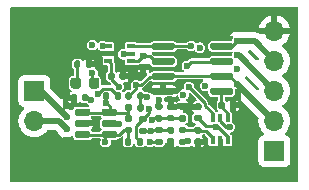
<source format=gtl>
G75*
G70*
%OFA0B0*%
%FSLAX25Y25*%
%IPPOS*%
%LPD*%
%AMOC8*
5,1,8,0,0,1.08239X$1,22.5*
%
%ADD10R,0.06693X0.06693*%
%ADD11O,0.06693X0.06693*%
%ADD12C,0.02362*%
%ADD13R,0.00984X0.24350*%
%ADD14R,0.00984X0.04390*%
%ADD15R,0.56201X0.00984*%
%ADD16R,0.59449X0.00984*%
%ADD17R,0.00984X0.20374*%
%ADD18C,0.01969*%
%ADD24R,0.02559X0.01575*%
%ADD25R,0.01575X0.02559*%
%ADD26C,0.00984*%
X0000000Y0000000D02*
%LPD*%
G01*
D10*
X0010000Y0032500D03*
D11*
X0010000Y0022500D03*
D12*
X0077677Y0039665D03*
X0077677Y0034941D03*
X0077677Y0044390D03*
X0077677Y0049114D03*
D13*
X0020000Y0038612D03*
D14*
X0020000Y0014793D03*
D15*
X0047608Y0050295D03*
D16*
X0049232Y0013091D03*
D17*
X0078465Y0022785D03*
D12*
X0020886Y0023681D03*
X0020886Y0019744D03*
D10*
X0090000Y0012500D03*
D11*
X0090000Y0022500D03*
X0090000Y0032500D03*
X0090000Y0042500D03*
X0090000Y0052500D03*
D18*
X0077677Y0034823D02*
X0090000Y0022500D01*
X0077677Y0034941D02*
X0077677Y0034823D01*
X0020886Y0019744D02*
X0018130Y0022500D01*
X0018130Y0022500D02*
X0010000Y0022500D01*
X0020886Y0023681D02*
X0012067Y0032500D01*
X0012067Y0032500D02*
X0010000Y0032500D01*
X0077677Y0044390D02*
X0078110Y0044390D01*
X0078110Y0044390D02*
X0090000Y0032500D01*
X0083386Y0049114D02*
X0090000Y0042500D01*
X0077677Y0049114D02*
X0083386Y0049114D01*
G36*
X0097805Y0060452D02*
G01*
X0097985Y0060244D01*
X0098030Y0060041D01*
X0098030Y0002459D01*
X0097952Y0002195D01*
X0097744Y0002015D01*
X0097541Y0001970D01*
X0002459Y0001970D01*
X0002195Y0002048D01*
X0002015Y0002256D01*
X0001970Y0002459D01*
X0001970Y0022500D01*
X0004663Y0022500D01*
X0004744Y0021573D01*
X0004744Y0021573D01*
X0004985Y0020675D01*
X0004985Y0020675D01*
X0004985Y0020675D01*
X0005378Y0019831D01*
X0005378Y0019831D01*
X0005678Y0019402D01*
X0005911Y0019069D01*
X0006569Y0018411D01*
X0006858Y0018209D01*
X0007331Y0017878D01*
X0007331Y0017878D01*
X0007331Y0017878D01*
X0008175Y0017485D01*
X0009073Y0017244D01*
X0009815Y0017179D01*
X0010000Y0017163D01*
X0010000Y0017163D01*
X0010000Y0017163D01*
X0010154Y0017176D01*
X0010927Y0017244D01*
X0011825Y0017485D01*
X0012669Y0017878D01*
X0013431Y0018411D01*
X0014089Y0019069D01*
X0014276Y0019337D01*
X0014491Y0019509D01*
X0014676Y0019545D01*
X0016704Y0019545D01*
X0016968Y0019468D01*
X0017049Y0019402D01*
X0017920Y0018531D01*
X0018009Y0018389D01*
X0018016Y0018393D01*
X0018028Y0018368D01*
X0018028Y0018368D01*
X0018406Y0017767D01*
X0018908Y0017265D01*
X0018941Y0017244D01*
X0019510Y0016887D01*
X0019527Y0016878D01*
X0019731Y0016694D01*
X0019803Y0016439D01*
X0019803Y0013287D01*
X0078465Y0013287D01*
X0078465Y0028678D01*
X0078542Y0028942D01*
X0078750Y0029122D01*
X0079022Y0029161D01*
X0079272Y0029047D01*
X0079298Y0029023D01*
X0084595Y0023726D01*
X0084727Y0023485D01*
X0084736Y0023339D01*
X0084663Y0022500D01*
X0084663Y0022500D01*
X0084744Y0021573D01*
X0084744Y0021573D01*
X0084985Y0020675D01*
X0084985Y0020675D01*
X0084985Y0020675D01*
X0085378Y0019831D01*
X0085378Y0019831D01*
X0085678Y0019402D01*
X0085911Y0019069D01*
X0085911Y0019069D01*
X0086391Y0018589D01*
X0086523Y0018348D01*
X0086504Y0018073D01*
X0086339Y0017853D01*
X0086217Y0017787D01*
X0085699Y0017594D01*
X0085699Y0017594D01*
X0085246Y0017254D01*
X0085246Y0017254D01*
X0084906Y0016801D01*
X0084906Y0016801D01*
X0084708Y0016270D01*
X0084683Y0016035D01*
X0084683Y0016035D01*
X0084683Y0016035D01*
X0084683Y0008965D01*
X0084683Y0008965D01*
X0084708Y0008730D01*
X0084906Y0008199D01*
X0084906Y0008199D01*
X0085246Y0007746D01*
X0085246Y0007746D01*
X0085699Y0007406D01*
X0085699Y0007406D01*
X0086230Y0007208D01*
X0086230Y0007208D01*
X0086258Y0007205D01*
X0086465Y0007183D01*
X0093535Y0007183D01*
X0093770Y0007208D01*
X0094301Y0007406D01*
X0094754Y0007746D01*
X0095094Y0008199D01*
X0095292Y0008730D01*
X0095317Y0008965D01*
X0095317Y0016035D01*
X0095292Y0016270D01*
X0095094Y0016801D01*
X0095094Y0016801D01*
X0095094Y0016801D01*
X0094754Y0017254D01*
X0094754Y0017254D01*
X0094301Y0017594D01*
X0094301Y0017594D01*
X0093783Y0017787D01*
X0093563Y0017952D01*
X0093467Y0018209D01*
X0093525Y0018478D01*
X0093609Y0018589D01*
X0094089Y0019069D01*
X0094622Y0019831D01*
X0095015Y0020675D01*
X0095256Y0021573D01*
X0095337Y0022500D01*
X0095256Y0023427D01*
X0095015Y0024325D01*
X0094622Y0025169D01*
X0094422Y0025455D01*
X0094089Y0025931D01*
X0093431Y0026589D01*
X0093431Y0026589D01*
X0092700Y0027100D01*
X0092528Y0027315D01*
X0092500Y0027589D01*
X0092624Y0027834D01*
X0092700Y0027900D01*
X0092788Y0027961D01*
X0093431Y0028411D01*
X0094089Y0029069D01*
X0094622Y0029831D01*
X0095015Y0030675D01*
X0095256Y0031573D01*
X0095337Y0032500D01*
X0095256Y0033427D01*
X0095015Y0034325D01*
X0094622Y0035169D01*
X0094089Y0035931D01*
X0094089Y0035931D01*
X0093431Y0036589D01*
X0093431Y0036589D01*
X0092700Y0037100D01*
X0092528Y0037315D01*
X0092500Y0037589D01*
X0092624Y0037834D01*
X0092700Y0037900D01*
X0092816Y0037981D01*
X0093431Y0038411D01*
X0094089Y0039069D01*
X0094622Y0039831D01*
X0095015Y0040675D01*
X0095256Y0041573D01*
X0095337Y0042500D01*
X0095256Y0043427D01*
X0095015Y0044325D01*
X0094622Y0045169D01*
X0094343Y0045567D01*
X0094089Y0045931D01*
X0093431Y0046589D01*
X0093431Y0046589D01*
X0092698Y0047101D01*
X0092527Y0047316D01*
X0092498Y0047590D01*
X0092622Y0047835D01*
X0092698Y0047901D01*
X0093429Y0048413D01*
X0094087Y0049071D01*
X0094620Y0049832D01*
X0095014Y0050675D01*
X0095014Y0050675D01*
X0095239Y0051516D01*
X0091705Y0051516D01*
X0091834Y0051740D01*
X0091969Y0052241D01*
X0091969Y0052759D01*
X0091834Y0053260D01*
X0091705Y0053484D01*
X0095239Y0053484D01*
X0095239Y0053484D01*
X0095014Y0054325D01*
X0095014Y0054325D01*
X0094620Y0055168D01*
X0094620Y0055168D01*
X0094087Y0055929D01*
X0094087Y0055929D01*
X0093429Y0056587D01*
X0092668Y0057120D01*
X0091825Y0057514D01*
X0091825Y0057514D01*
X0090984Y0057739D01*
X0090984Y0054205D01*
X0090760Y0054334D01*
X0090259Y0054469D01*
X0089741Y0054469D01*
X0089240Y0054334D01*
X0089016Y0054205D01*
X0089016Y0057739D01*
X0089016Y0057739D01*
X0088175Y0057514D01*
X0088175Y0057514D01*
X0087332Y0057120D01*
X0087332Y0057120D01*
X0086571Y0056587D01*
X0086571Y0056587D01*
X0085913Y0055929D01*
X0085913Y0055929D01*
X0085380Y0055168D01*
X0085380Y0055168D01*
X0084986Y0054325D01*
X0084986Y0054325D01*
X0084761Y0053484D01*
X0084761Y0053484D01*
X0088295Y0053484D01*
X0088166Y0053260D01*
X0088031Y0052759D01*
X0088031Y0052241D01*
X0088166Y0051740D01*
X0088295Y0051516D01*
X0085258Y0051516D01*
X0084994Y0051593D01*
X0084987Y0051598D01*
X0084979Y0051603D01*
X0084979Y0051603D01*
X0084785Y0051733D01*
X0084248Y0051955D01*
X0084248Y0051955D01*
X0083677Y0052069D01*
X0083677Y0052069D01*
X0078858Y0052069D01*
X0078697Y0052096D01*
X0078383Y0052206D01*
X0078383Y0052206D01*
X0077677Y0052286D01*
X0077677Y0052286D01*
X0076971Y0052206D01*
X0076971Y0052206D01*
X0076301Y0051972D01*
X0075700Y0051594D01*
X0075198Y0051092D01*
X0074841Y0050524D01*
X0074635Y0050341D01*
X0074427Y0050295D01*
X0019803Y0050295D01*
X0019803Y0030121D01*
X0019726Y0029857D01*
X0019518Y0029677D01*
X0019245Y0029638D01*
X0018995Y0029752D01*
X0018970Y0029776D01*
X0015460Y0033286D01*
X0015328Y0033527D01*
X0015317Y0033631D01*
X0015317Y0036035D01*
X0015317Y0036035D01*
X0015317Y0036035D01*
X0015292Y0036270D01*
X0015274Y0036317D01*
X0015094Y0036801D01*
X0015094Y0036801D01*
X0014754Y0037254D01*
X0014754Y0037254D01*
X0014301Y0037594D01*
X0014301Y0037594D01*
X0013770Y0037792D01*
X0013770Y0037792D01*
X0013535Y0037817D01*
X0013535Y0037817D01*
X0013535Y0037817D01*
X0013535Y0037817D01*
X0006465Y0037817D01*
X0006465Y0037817D01*
X0006230Y0037792D01*
X0005699Y0037594D01*
X0005699Y0037594D01*
X0005246Y0037254D01*
X0005246Y0037254D01*
X0004906Y0036801D01*
X0004906Y0036801D01*
X0004708Y0036270D01*
X0004696Y0036156D01*
X0004683Y0036035D01*
X0004683Y0036035D01*
X0004683Y0028965D01*
X0004683Y0028965D01*
X0004708Y0028730D01*
X0004906Y0028199D01*
X0004906Y0028199D01*
X0005246Y0027746D01*
X0005246Y0027746D01*
X0005699Y0027406D01*
X0005699Y0027406D01*
X0006217Y0027213D01*
X0006437Y0027048D01*
X0006533Y0026791D01*
X0006475Y0026522D01*
X0006391Y0026411D01*
X0005911Y0025931D01*
X0005378Y0025169D01*
X0005378Y0025169D01*
X0004985Y0024325D01*
X0004985Y0024325D01*
X0004744Y0023427D01*
X0004744Y0023427D01*
X0004663Y0022500D01*
X0004663Y0022500D01*
X0001970Y0022500D01*
X0001970Y0060041D01*
X0002048Y0060305D01*
X0002256Y0060485D01*
X0002459Y0060530D01*
X0097541Y0060530D01*
X0097805Y0060452D01*
G37*
G36*
X0082224Y0046082D02*
G01*
X0082305Y0046016D01*
X0084595Y0043726D01*
X0084727Y0043485D01*
X0084736Y0043339D01*
X0084715Y0043098D01*
X0084615Y0042842D01*
X0084392Y0042680D01*
X0084117Y0042665D01*
X0083884Y0042795D01*
X0081353Y0045326D01*
X0081221Y0045567D01*
X0081240Y0045842D01*
X0081405Y0046062D01*
X0081663Y0046158D01*
X0081698Y0046159D01*
X0081960Y0046159D01*
X0082224Y0046082D01*
G37*
G36*
X0081092Y0037228D02*
G01*
X0081113Y0037208D01*
X0084595Y0033726D01*
X0084727Y0033485D01*
X0084736Y0033339D01*
X0084715Y0033098D01*
X0084615Y0032842D01*
X0084392Y0032680D01*
X0084117Y0032665D01*
X0083884Y0032795D01*
X0080707Y0035972D01*
X0080591Y0036156D01*
X0080535Y0036317D01*
X0080355Y0036603D01*
X0080280Y0036868D01*
X0080360Y0037131D01*
X0080570Y0037309D01*
X0080843Y0037345D01*
X0081092Y0037228D01*
G37*
X0019409Y0012500D02*
%LPD*%
G01*
D12*
X0077677Y0039665D03*
X0077677Y0034941D03*
X0077677Y0044390D03*
X0077677Y0049114D03*
D13*
X0020000Y0038612D03*
D14*
X0020000Y0014793D03*
D15*
X0047608Y0050295D03*
D16*
X0049232Y0013091D03*
D17*
X0078464Y0022785D03*
D12*
X0020885Y0023681D03*
X0020885Y0019744D03*
G36*
G01*
X0036850Y0030118D02*
X0036850Y0031575D01*
G75*
G02*
X0037381Y0032106I0000531J0000000D01*
G01*
X0038444Y0032106D01*
G75*
G02*
X0038976Y0031575I0000000J-000531D01*
G01*
X0038976Y0030118D01*
G75*
G02*
X0038444Y0029587I-000531J0000000D01*
G01*
X0037381Y0029587D01*
G75*
G02*
X0036850Y0030118I0000000J0000531D01*
G01*
G37*
G36*
G01*
X0032834Y0030118D02*
X0032834Y0031575D01*
G75*
G02*
X0033366Y0032106I0000531J0000000D01*
G01*
X0034429Y0032106D01*
G75*
G02*
X0034960Y0031575I0000000J-000531D01*
G01*
X0034960Y0030118D01*
G75*
G02*
X0034429Y0029587I-000531J0000000D01*
G01*
X0033366Y0029587D01*
G75*
G02*
X0032834Y0030118I0000000J0000531D01*
G01*
G37*
G36*
G01*
X0060098Y0014429D02*
X0058641Y0014429D01*
G75*
G02*
X0058110Y0014961I0000000J0000531D01*
G01*
X0058110Y0016024D01*
G75*
G02*
X0058641Y0016555I0000531J0000000D01*
G01*
X0060098Y0016555D01*
G75*
G02*
X0060629Y0016024I0000000J-000531D01*
G01*
X0060629Y0014961D01*
G75*
G02*
X0060098Y0014429I-000531J0000000D01*
G01*
G37*
G36*
G01*
X0060098Y0018445D02*
X0058641Y0018445D01*
G75*
G02*
X0058110Y0018976I0000000J0000531D01*
G01*
X0058110Y0020039D01*
G75*
G02*
X0058641Y0020571I0000531J0000000D01*
G01*
X0060098Y0020571D01*
G75*
G02*
X0060629Y0020039I0000000J-000531D01*
G01*
X0060629Y0018976D01*
G75*
G02*
X0060098Y0018445I-000531J0000000D01*
G01*
G37*
G36*
G01*
X0049126Y0046772D02*
X0049126Y0047953D01*
G75*
G02*
X0049716Y0048543I0000591J0000000D01*
G01*
X0056212Y0048543D01*
G75*
G02*
X0056803Y0047953I0000000J-000591D01*
G01*
X0056803Y0046772D01*
G75*
G02*
X0056212Y0046181I-000591J0000000D01*
G01*
X0049716Y0046181D01*
G75*
G02*
X0049126Y0046772I0000000J0000591D01*
G01*
G37*
G36*
G01*
X0049126Y0041772D02*
X0049126Y0042953D01*
G75*
G02*
X0049716Y0043543I0000591J0000000D01*
G01*
X0056212Y0043543D01*
G75*
G02*
X0056803Y0042953I0000000J-000591D01*
G01*
X0056803Y0041772D01*
G75*
G02*
X0056212Y0041181I-000591J0000000D01*
G01*
X0049716Y0041181D01*
G75*
G02*
X0049126Y0041772I0000000J0000591D01*
G01*
G37*
G36*
G01*
X0049126Y0036772D02*
X0049126Y0037953D01*
G75*
G02*
X0049716Y0038543I0000591J0000000D01*
G01*
X0056212Y0038543D01*
G75*
G02*
X0056803Y0037953I0000000J-000591D01*
G01*
X0056803Y0036772D01*
G75*
G02*
X0056212Y0036181I-000591J0000000D01*
G01*
X0049716Y0036181D01*
G75*
G02*
X0049126Y0036772I0000000J0000591D01*
G01*
G37*
G36*
G01*
X0049126Y0031772D02*
X0049126Y0032953D01*
G75*
G02*
X0049716Y0033543I0000591J0000000D01*
G01*
X0056212Y0033543D01*
G75*
G02*
X0056803Y0032953I0000000J-000591D01*
G01*
X0056803Y0031772D01*
G75*
G02*
X0056212Y0031181I-000591J0000000D01*
G01*
X0049716Y0031181D01*
G75*
G02*
X0049126Y0031772I0000000J0000591D01*
G01*
G37*
G36*
G01*
X0068614Y0031772D02*
X0068614Y0032953D01*
G75*
G02*
X0069204Y0033543I0000591J0000000D01*
G01*
X0075700Y0033543D01*
G75*
G02*
X0076291Y0032953I0000000J-000591D01*
G01*
X0076291Y0031772D01*
G75*
G02*
X0075700Y0031181I-000591J0000000D01*
G01*
X0069204Y0031181D01*
G75*
G02*
X0068614Y0031772I0000000J0000591D01*
G01*
G37*
G36*
G01*
X0068614Y0036772D02*
X0068614Y0037953D01*
G75*
G02*
X0069204Y0038543I0000591J0000000D01*
G01*
X0075700Y0038543D01*
G75*
G02*
X0076291Y0037953I0000000J-000591D01*
G01*
X0076291Y0036772D01*
G75*
G02*
X0075700Y0036181I-000591J0000000D01*
G01*
X0069204Y0036181D01*
G75*
G02*
X0068614Y0036772I0000000J0000591D01*
G01*
G37*
G36*
G01*
X0068614Y0041772D02*
X0068614Y0042953D01*
G75*
G02*
X0069204Y0043543I0000591J0000000D01*
G01*
X0075700Y0043543D01*
G75*
G02*
X0076291Y0042953I0000000J-000591D01*
G01*
X0076291Y0041772D01*
G75*
G02*
X0075700Y0041181I-000591J0000000D01*
G01*
X0069204Y0041181D01*
G75*
G02*
X0068614Y0041772I0000000J0000591D01*
G01*
G37*
G36*
G01*
X0068614Y0046772D02*
X0068614Y0047953D01*
G75*
G02*
X0069204Y0048543I0000591J0000000D01*
G01*
X0075700Y0048543D01*
G75*
G02*
X0076291Y0047953I0000000J-000591D01*
G01*
X0076291Y0046772D01*
G75*
G02*
X0075700Y0046181I-000591J0000000D01*
G01*
X0069204Y0046181D01*
G75*
G02*
X0068614Y0046772I0000000J0000591D01*
G01*
G37*
D24*
X0034606Y0047500D03*
X0034606Y0044941D03*
X0034606Y0042382D03*
X0042086Y0042382D03*
X0042086Y0044941D03*
X0042086Y0047500D03*
G36*
G01*
X0050767Y0028412D02*
X0052224Y0028412D01*
G75*
G02*
X0052755Y0027880I0000000J-000531D01*
G01*
X0052755Y0026817D01*
G75*
G02*
X0052224Y0026286I-000531J0000000D01*
G01*
X0050767Y0026286D01*
G75*
G02*
X0050236Y0026817I0000000J0000531D01*
G01*
X0050236Y0027880D01*
G75*
G02*
X0050767Y0028412I0000531J0000000D01*
G01*
G37*
G36*
G01*
X0050767Y0024396D02*
X0052224Y0024396D01*
G75*
G02*
X0052755Y0023865I0000000J-000531D01*
G01*
X0052755Y0022802D01*
G75*
G02*
X0052224Y0022270I-000531J0000000D01*
G01*
X0050767Y0022270D01*
G75*
G02*
X0050236Y0022802I0000000J0000531D01*
G01*
X0050236Y0023865D01*
G75*
G02*
X0050767Y0024396I0000531J0000000D01*
G01*
G37*
G36*
G01*
X0056102Y0022349D02*
X0054763Y0022349D01*
G75*
G02*
X0054212Y0022900I0000000J0000551D01*
G01*
X0054212Y0024002D01*
G75*
G02*
X0054763Y0024554I0000551J0000000D01*
G01*
X0056102Y0024554D01*
G75*
G02*
X0056653Y0024002I0000000J-000551D01*
G01*
X0056653Y0022900D01*
G75*
G02*
X0056102Y0022349I-000551J0000000D01*
G01*
G37*
G36*
G01*
X0056102Y0026128D02*
X0054763Y0026128D01*
G75*
G02*
X0054212Y0026680I0000000J0000551D01*
G01*
X0054212Y0027782D01*
G75*
G02*
X0054763Y0028333I0000551J0000000D01*
G01*
X0056102Y0028333D01*
G75*
G02*
X0056653Y0027782I0000000J-000551D01*
G01*
X0056653Y0026680D01*
G75*
G02*
X0056102Y0026128I-000551J0000000D01*
G01*
G37*
G36*
G01*
X0052224Y0014429D02*
X0050767Y0014429D01*
G75*
G02*
X0050236Y0014961I0000000J0000531D01*
G01*
X0050236Y0016024D01*
G75*
G02*
X0050767Y0016555I0000531J0000000D01*
G01*
X0052224Y0016555D01*
G75*
G02*
X0052755Y0016024I0000000J-000531D01*
G01*
X0052755Y0014961D01*
G75*
G02*
X0052224Y0014429I-000531J0000000D01*
G01*
G37*
G36*
G01*
X0052224Y0018445D02*
X0050767Y0018445D01*
G75*
G02*
X0050236Y0018976I0000000J0000531D01*
G01*
X0050236Y0020039D01*
G75*
G02*
X0050767Y0020571I0000531J0000000D01*
G01*
X0052224Y0020571D01*
G75*
G02*
X0052755Y0020039I0000000J-000531D01*
G01*
X0052755Y0018976D01*
G75*
G02*
X0052224Y0018445I-000531J0000000D01*
G01*
G37*
G36*
G01*
X0063818Y0020492D02*
X0065157Y0020492D01*
G75*
G02*
X0065708Y0019941I0000000J-000551D01*
G01*
X0065708Y0018839D01*
G75*
G02*
X0065157Y0018287I-000551J0000000D01*
G01*
X0063818Y0018287D01*
G75*
G02*
X0063267Y0018839I0000000J0000551D01*
G01*
X0063267Y0019941D01*
G75*
G02*
X0063818Y0020492I0000551J0000000D01*
G01*
G37*
G36*
G01*
X0063818Y0016713D02*
X0065157Y0016713D01*
G75*
G02*
X0065708Y0016161I0000000J-000551D01*
G01*
X0065708Y0015059D01*
G75*
G02*
X0065157Y0014508I-000551J0000000D01*
G01*
X0063818Y0014508D01*
G75*
G02*
X0063267Y0015059I0000000J0000551D01*
G01*
X0063267Y0016161D01*
G75*
G02*
X0063818Y0016713I0000551J0000000D01*
G01*
G37*
G36*
G01*
X0040689Y0024350D02*
X0042027Y0024350D01*
G75*
G02*
X0042578Y0023799I0000000J-000551D01*
G01*
X0042578Y0022697D01*
G75*
G02*
X0042027Y0022146I-000551J0000000D01*
G01*
X0040689Y0022146D01*
G75*
G02*
X0040137Y0022697I0000000J0000551D01*
G01*
X0040137Y0023799D01*
G75*
G02*
X0040689Y0024350I0000551J0000000D01*
G01*
G37*
G36*
G01*
X0040689Y0020571D02*
X0042027Y0020571D01*
G75*
G02*
X0042578Y0020020I0000000J-000551D01*
G01*
X0042578Y0018917D01*
G75*
G02*
X0042027Y0018366I-000551J0000000D01*
G01*
X0040689Y0018366D01*
G75*
G02*
X0040137Y0018917I0000000J0000551D01*
G01*
X0040137Y0020020D01*
G75*
G02*
X0040689Y0020571I0000551J0000000D01*
G01*
G37*
G36*
G01*
X0046456Y0027598D02*
X0046456Y0026142D01*
G75*
G02*
X0045925Y0025610I-000531J0000000D01*
G01*
X0044862Y0025610D01*
G75*
G02*
X0044330Y0026142I0000000J0000531D01*
G01*
X0044330Y0027598D01*
G75*
G02*
X0044862Y0028130I0000531J0000000D01*
G01*
X0045925Y0028130D01*
G75*
G02*
X0046456Y0027598I0000000J-000531D01*
G01*
G37*
G36*
G01*
X0042440Y0027598D02*
X0042440Y0026142D01*
G75*
G02*
X0041909Y0025610I-000531J0000000D01*
G01*
X0040846Y0025610D01*
G75*
G02*
X0040315Y0026142I0000000J0000531D01*
G01*
X0040315Y0027598D01*
G75*
G02*
X0040846Y0028130I0000531J0000000D01*
G01*
X0041909Y0028130D01*
G75*
G02*
X0042440Y0027598I0000000J-000531D01*
G01*
G37*
G36*
G01*
X0077283Y0028327D02*
X0077283Y0026988D01*
G75*
G02*
X0076732Y0026437I-000551J0000000D01*
G01*
X0075629Y0026437D01*
G75*
G02*
X0075078Y0026988I0000000J0000551D01*
G01*
X0075078Y0028327D01*
G75*
G02*
X0075629Y0028878I0000551J0000000D01*
G01*
X0076732Y0028878D01*
G75*
G02*
X0077283Y0028327I0000000J-000551D01*
G01*
G37*
G36*
G01*
X0073503Y0028327D02*
X0073503Y0026988D01*
G75*
G02*
X0072952Y0026437I-000551J0000000D01*
G01*
X0071850Y0026437D01*
G75*
G02*
X0071299Y0026988I0000000J0000551D01*
G01*
X0071299Y0028327D01*
G75*
G02*
X0071850Y0028878I0000551J0000000D01*
G01*
X0072952Y0028878D01*
G75*
G02*
X0073503Y0028327I0000000J-000551D01*
G01*
G37*
G36*
G01*
X0028228Y0034090D02*
X0028228Y0036107D01*
G75*
G02*
X0029089Y0036969I0000861J0000000D01*
G01*
X0030812Y0036969D01*
G75*
G02*
X0031673Y0036107I0000000J-000861D01*
G01*
X0031673Y0034090D01*
G75*
G02*
X0030812Y0033228I-000861J0000000D01*
G01*
X0029089Y0033228D01*
G75*
G02*
X0028228Y0034090I0000000J0000861D01*
G01*
G37*
G36*
G01*
X0022027Y0034090D02*
X0022027Y0036107D01*
G75*
G02*
X0022888Y0036969I0000861J0000000D01*
G01*
X0024611Y0036969D01*
G75*
G02*
X0025472Y0036107I0000000J-000861D01*
G01*
X0025472Y0034090D01*
G75*
G02*
X0024611Y0033228I-000861J0000000D01*
G01*
X0022888Y0033228D01*
G75*
G02*
X0022027Y0034090I0000000J0000861D01*
G01*
G37*
G36*
G01*
X0047007Y0039311D02*
X0045669Y0039311D01*
G75*
G02*
X0045118Y0039862I0000000J0000551D01*
G01*
X0045118Y0040965D01*
G75*
G02*
X0045669Y0041516I0000551J0000000D01*
G01*
X0047007Y0041516D01*
G75*
G02*
X0047559Y0040965I0000000J-000551D01*
G01*
X0047559Y0039862D01*
G75*
G02*
X0047007Y0039311I-000551J0000000D01*
G01*
G37*
G36*
G01*
X0047007Y0043091D02*
X0045669Y0043091D01*
G75*
G02*
X0045118Y0043642I0000000J0000551D01*
G01*
X0045118Y0044744D01*
G75*
G02*
X0045669Y0045295I0000551J0000000D01*
G01*
X0047007Y0045295D01*
G75*
G02*
X0047559Y0044744I0000000J-000551D01*
G01*
X0047559Y0043642D01*
G75*
G02*
X0047007Y0043091I-000551J0000000D01*
G01*
G37*
G36*
G01*
X0029370Y0042165D02*
X0029370Y0040709D01*
G75*
G02*
X0028838Y0040177I-000531J0000000D01*
G01*
X0027775Y0040177D01*
G75*
G02*
X0027244Y0040709I0000000J0000531D01*
G01*
X0027244Y0042165D01*
G75*
G02*
X0027775Y0042697I0000531J0000000D01*
G01*
X0028838Y0042697D01*
G75*
G02*
X0029370Y0042165I0000000J-000531D01*
G01*
G37*
G36*
G01*
X0025354Y0042165D02*
X0025354Y0040709D01*
G75*
G02*
X0024822Y0040177I-000531J0000000D01*
G01*
X0023759Y0040177D01*
G75*
G02*
X0023228Y0040709I0000000J0000531D01*
G01*
X0023228Y0042165D01*
G75*
G02*
X0023759Y0042697I0000531J0000000D01*
G01*
X0024822Y0042697D01*
G75*
G02*
X0025354Y0042165I0000000J-000531D01*
G01*
G37*
G36*
G01*
X0040315Y0030079D02*
X0040315Y0031535D01*
G75*
G02*
X0040846Y0032067I0000531J0000000D01*
G01*
X0041909Y0032067D01*
G75*
G02*
X0042440Y0031535I0000000J-000531D01*
G01*
X0042440Y0030079D01*
G75*
G02*
X0041909Y0029547I-000531J0000000D01*
G01*
X0040846Y0029547D01*
G75*
G02*
X0040315Y0030079I0000000J0000531D01*
G01*
G37*
G36*
G01*
X0044330Y0030079D02*
X0044330Y0031535D01*
G75*
G02*
X0044862Y0032067I0000531J0000000D01*
G01*
X0045925Y0032067D01*
G75*
G02*
X0046456Y0031535I0000000J-000531D01*
G01*
X0046456Y0030079D01*
G75*
G02*
X0045925Y0029547I-000531J0000000D01*
G01*
X0044862Y0029547D01*
G75*
G02*
X0044330Y0030079I0000000J0000531D01*
G01*
G37*
G36*
G01*
X0045452Y0024288D02*
X0046909Y0024288D01*
G75*
G02*
X0047440Y0023757I0000000J-000531D01*
G01*
X0047440Y0022694D01*
G75*
G02*
X0046909Y0022162I-000531J0000000D01*
G01*
X0045452Y0022162D01*
G75*
G02*
X0044921Y0022694I0000000J0000531D01*
G01*
X0044921Y0023757D01*
G75*
G02*
X0045452Y0024288I0000531J0000000D01*
G01*
G37*
G36*
G01*
X0045452Y0020272D02*
X0046909Y0020272D01*
G75*
G02*
X0047440Y0019741I0000000J-000531D01*
G01*
X0047440Y0018678D01*
G75*
G02*
X0046909Y0018147I-000531J0000000D01*
G01*
X0045452Y0018147D01*
G75*
G02*
X0044921Y0018678I0000000J0000531D01*
G01*
X0044921Y0019741D01*
G75*
G02*
X0045452Y0020272I0000531J0000000D01*
G01*
G37*
G36*
G01*
X0028110Y0030886D02*
X0028110Y0029547D01*
G75*
G02*
X0027559Y0028996I-000551J0000000D01*
G01*
X0026456Y0028996D01*
G75*
G02*
X0025905Y0029547I0000000J0000551D01*
G01*
X0025905Y0030886D01*
G75*
G02*
X0026456Y0031437I0000551J0000000D01*
G01*
X0027559Y0031437D01*
G75*
G02*
X0028110Y0030886I0000000J-000551D01*
G01*
G37*
G36*
G01*
X0024330Y0030886D02*
X0024330Y0029547D01*
G75*
G02*
X0023779Y0028996I-000551J0000000D01*
G01*
X0022677Y0028996D01*
G75*
G02*
X0022126Y0029547I0000000J0000551D01*
G01*
X0022126Y0030886D01*
G75*
G02*
X0022677Y0031437I0000551J0000000D01*
G01*
X0023779Y0031437D01*
G75*
G02*
X0024330Y0030886I0000000J-000551D01*
G01*
G37*
G36*
G01*
X0065157Y0022349D02*
X0063818Y0022349D01*
G75*
G02*
X0063267Y0022900I0000000J0000551D01*
G01*
X0063267Y0024002D01*
G75*
G02*
X0063818Y0024554I0000551J0000000D01*
G01*
X0065157Y0024554D01*
G75*
G02*
X0065708Y0024002I0000000J-000551D01*
G01*
X0065708Y0022900D01*
G75*
G02*
X0065157Y0022349I-000551J0000000D01*
G01*
G37*
G36*
G01*
X0065157Y0026128D02*
X0063818Y0026128D01*
G75*
G02*
X0063267Y0026680I0000000J0000551D01*
G01*
X0063267Y0027782D01*
G75*
G02*
X0063818Y0028333I0000551J0000000D01*
G01*
X0065157Y0028333D01*
G75*
G02*
X0065708Y0027782I0000000J-000551D01*
G01*
X0065708Y0026680D01*
G75*
G02*
X0065157Y0026128I-000551J0000000D01*
G01*
G37*
G36*
G01*
X0040137Y0014823D02*
X0040137Y0016280D01*
G75*
G02*
X0040669Y0016811I0000531J0000000D01*
G01*
X0041732Y0016811D01*
G75*
G02*
X0042263Y0016280I0000000J-000531D01*
G01*
X0042263Y0014823D01*
G75*
G02*
X0041732Y0014291I-000531J0000000D01*
G01*
X0040669Y0014291D01*
G75*
G02*
X0040137Y0014823I0000000J0000531D01*
G01*
G37*
G36*
G01*
X0044153Y0014823D02*
X0044153Y0016280D01*
G75*
G02*
X0044685Y0016811I0000531J0000000D01*
G01*
X0045748Y0016811D01*
G75*
G02*
X0046279Y0016280I0000000J-000531D01*
G01*
X0046279Y0014823D01*
G75*
G02*
X0045748Y0014291I-000531J0000000D01*
G01*
X0044685Y0014291D01*
G75*
G02*
X0044153Y0014823I0000000J0000531D01*
G01*
G37*
D25*
X0069396Y0016043D03*
X0071955Y0016043D03*
X0074514Y0016043D03*
X0074514Y0023524D03*
X0071955Y0023524D03*
X0069396Y0023524D03*
G36*
G01*
X0023447Y0024829D02*
X0023447Y0026010D01*
G75*
G02*
X0024038Y0026601I0000591J0000000D01*
G01*
X0028073Y0026601D01*
G75*
G02*
X0028664Y0026010I0000000J-000591D01*
G01*
X0028664Y0024829D01*
G75*
G02*
X0028073Y0024239I-000591J0000000D01*
G01*
X0024038Y0024239D01*
G75*
G02*
X0023447Y0024829I0000000J0000591D01*
G01*
G37*
G36*
G01*
X0023447Y0021089D02*
X0023447Y0022270D01*
G75*
G02*
X0024038Y0022861I0000591J0000000D01*
G01*
X0028073Y0022861D01*
G75*
G02*
X0028664Y0022270I0000000J-000591D01*
G01*
X0028664Y0021089D01*
G75*
G02*
X0028073Y0020498I-000591J0000000D01*
G01*
X0024038Y0020498D01*
G75*
G02*
X0023447Y0021089I0000000J0000591D01*
G01*
G37*
G36*
G01*
X0023447Y0017349D02*
X0023447Y0018530D01*
G75*
G02*
X0024038Y0019120I0000591J0000000D01*
G01*
X0028073Y0019120D01*
G75*
G02*
X0028664Y0018530I0000000J-000591D01*
G01*
X0028664Y0017349D01*
G75*
G02*
X0028073Y0016758I-000591J0000000D01*
G01*
X0024038Y0016758D01*
G75*
G02*
X0023447Y0017349I0000000J0000591D01*
G01*
G37*
G36*
G01*
X0032404Y0017349D02*
X0032404Y0018530D01*
G75*
G02*
X0032994Y0019120I0000591J0000000D01*
G01*
X0037030Y0019120D01*
G75*
G02*
X0037620Y0018530I0000000J-000591D01*
G01*
X0037620Y0017349D01*
G75*
G02*
X0037030Y0016758I-000591J0000000D01*
G01*
X0032994Y0016758D01*
G75*
G02*
X0032404Y0017349I0000000J0000591D01*
G01*
G37*
G36*
G01*
X0032404Y0021089D02*
X0032404Y0022270D01*
G75*
G02*
X0032994Y0022861I0000591J0000000D01*
G01*
X0037030Y0022861D01*
G75*
G02*
X0037620Y0022270I0000000J-000591D01*
G01*
X0037620Y0021089D01*
G75*
G02*
X0037030Y0020498I-000591J0000000D01*
G01*
X0032994Y0020498D01*
G75*
G02*
X0032404Y0021089I0000000J0000591D01*
G01*
G37*
G36*
G01*
X0032404Y0024829D02*
X0032404Y0026010D01*
G75*
G02*
X0032994Y0026601I0000591J0000000D01*
G01*
X0037030Y0026601D01*
G75*
G02*
X0037620Y0026010I0000000J-000591D01*
G01*
X0037620Y0024829D01*
G75*
G02*
X0037030Y0024239I-000591J0000000D01*
G01*
X0032994Y0024239D01*
G75*
G02*
X0032404Y0024829I0000000J0000591D01*
G01*
G37*
G36*
G01*
X0034566Y0036713D02*
X0034566Y0038051D01*
G75*
G02*
X0035118Y0038602I0000551J0000000D01*
G01*
X0036220Y0038602D01*
G75*
G02*
X0036771Y0038051I0000000J-000551D01*
G01*
X0036771Y0036713D01*
G75*
G02*
X0036220Y0036161I-000551J0000000D01*
G01*
X0035118Y0036161D01*
G75*
G02*
X0034566Y0036713I0000000J0000551D01*
G01*
G37*
G36*
G01*
X0038346Y0036713D02*
X0038346Y0038051D01*
G75*
G02*
X0038897Y0038602I0000551J0000000D01*
G01*
X0040000Y0038602D01*
G75*
G02*
X0040551Y0038051I0000000J-000551D01*
G01*
X0040551Y0036713D01*
G75*
G02*
X0040000Y0036161I-000551J0000000D01*
G01*
X0038897Y0036161D01*
G75*
G02*
X0038346Y0036713I0000000J0000551D01*
G01*
G37*
G36*
G01*
X0056102Y0014508D02*
X0054763Y0014508D01*
G75*
G02*
X0054212Y0015059I0000000J0000551D01*
G01*
X0054212Y0016161D01*
G75*
G02*
X0054763Y0016713I0000551J0000000D01*
G01*
X0056102Y0016713D01*
G75*
G02*
X0056653Y0016161I0000000J-000551D01*
G01*
X0056653Y0015059D01*
G75*
G02*
X0056102Y0014508I-000551J0000000D01*
G01*
G37*
G36*
G01*
X0056102Y0018287D02*
X0054763Y0018287D01*
G75*
G02*
X0054212Y0018839I0000000J0000551D01*
G01*
X0054212Y0019941D01*
G75*
G02*
X0054763Y0020492I0000551J0000000D01*
G01*
X0056102Y0020492D01*
G75*
G02*
X0056653Y0019941I0000000J-000551D01*
G01*
X0056653Y0018839D01*
G75*
G02*
X0056102Y0018287I-000551J0000000D01*
G01*
G37*
G36*
G01*
X0060098Y0022270D02*
X0058641Y0022270D01*
G75*
G02*
X0058110Y0022802I0000000J0000531D01*
G01*
X0058110Y0023865D01*
G75*
G02*
X0058641Y0024396I0000531J0000000D01*
G01*
X0060098Y0024396D01*
G75*
G02*
X0060629Y0023865I0000000J-000531D01*
G01*
X0060629Y0022802D01*
G75*
G02*
X0060098Y0022270I-000531J0000000D01*
G01*
G37*
G36*
G01*
X0060098Y0026286D02*
X0058641Y0026286D01*
G75*
G02*
X0058110Y0026817I0000000J0000531D01*
G01*
X0058110Y0027880D01*
G75*
G02*
X0058641Y0028412I0000531J0000000D01*
G01*
X0060098Y0028412D01*
G75*
G02*
X0060629Y0027880I0000000J-000531D01*
G01*
X0060629Y0026817D01*
G75*
G02*
X0060098Y0026286I-000531J0000000D01*
G01*
G37*
D12*
X0031066Y0031437D03*
X0037293Y0049407D03*
X0077834Y0013878D03*
X0021063Y0047657D03*
X0021279Y0039370D03*
X0054645Y0014075D03*
X0046298Y0038355D03*
X0028593Y0021701D03*
X0040934Y0034582D03*
X0036732Y0014075D03*
X0028502Y0014130D03*
X0058484Y0034055D03*
X0060654Y0026159D03*
X0020787Y0031201D03*
X0048149Y0033563D03*
X0077677Y0022835D03*
X0055334Y0029823D03*
X0067130Y0049198D03*
X0077578Y0018701D03*
X0033978Y0028558D03*
X0033682Y0015412D03*
X0051558Y0029352D03*
X0038174Y0021480D03*
X0028847Y0029491D03*
X0029330Y0047776D03*
X0075156Y0020385D03*
X0039709Y0044690D03*
X0038056Y0033939D03*
X0048944Y0019269D03*
X0070394Y0020474D03*
X0065175Y0046909D03*
X0032809Y0047496D03*
X0062224Y0047504D03*
X0061532Y0033759D03*
X0060867Y0040794D03*
X0049348Y0022773D03*
X0029353Y0038465D03*
X0043877Y0034346D03*
X0047622Y0030304D03*
X0048248Y0026378D03*
X0059665Y0031201D03*
X0067013Y0034211D03*
X0061301Y0015671D03*
X0048444Y0015551D03*
D26*
X0045393Y0030807D02*
X0047119Y0030807D01*
X0045216Y0030630D02*
X0045393Y0030807D01*
X0047119Y0030807D02*
X0047622Y0030304D01*
X0045216Y0026870D02*
X0045216Y0030630D01*
X0043877Y0033307D02*
X0043877Y0034346D01*
X0041378Y0030807D02*
X0043877Y0033307D01*
X0041358Y0026850D02*
X0041378Y0026870D01*
X0041358Y0025295D02*
X0041358Y0026850D01*
X0035472Y0033287D02*
X0037913Y0030846D01*
X0032781Y0033287D02*
X0035472Y0033287D01*
X0031066Y0031437D02*
X0031066Y0031573D01*
X0031066Y0031573D02*
X0032781Y0033287D01*
X0035669Y0041673D02*
X0034960Y0042382D01*
X0035669Y0037382D02*
X0035669Y0041673D01*
X0035669Y0036326D02*
X0035669Y0037382D01*
X0038056Y0033939D02*
X0035669Y0036326D01*
X0033978Y0030766D02*
X0033897Y0030846D01*
X0033978Y0028558D02*
X0033978Y0030766D01*
X0035207Y0027329D02*
X0035207Y0025493D01*
X0033978Y0028558D02*
X0035207Y0027329D01*
X0029353Y0035696D02*
X0029950Y0035098D01*
X0029353Y0038465D02*
X0029353Y0035696D01*
X0024291Y0035640D02*
X0023750Y0035098D01*
X0024291Y0041437D02*
X0024291Y0035640D01*
X0029950Y0035098D02*
X0030344Y0035098D01*
X0027007Y0030217D02*
X0028122Y0030217D01*
X0028122Y0030217D02*
X0028847Y0029491D01*
X0045487Y0034346D02*
X0043877Y0034346D01*
X0048444Y0037303D02*
X0045487Y0034346D01*
X0052905Y0037303D02*
X0048444Y0037303D01*
X0035403Y0025295D02*
X0026053Y0025295D01*
X0041358Y0023248D02*
X0041358Y0025295D01*
X0037126Y0025295D02*
X0041358Y0025295D01*
X0033682Y0015412D02*
X0033533Y0015561D01*
X0039706Y0019469D02*
X0041358Y0019469D01*
X0033533Y0015561D02*
X0033533Y0017815D01*
X0041358Y0019469D02*
X0041358Y0016004D01*
X0038053Y0017815D02*
X0039706Y0019469D01*
X0035009Y0017815D02*
X0038053Y0017815D01*
X0035009Y0017815D02*
X0026053Y0017815D01*
X0051558Y0029352D02*
X0051558Y0027490D01*
X0039960Y0044941D02*
X0042440Y0044941D01*
X0075925Y0047362D02*
X0077677Y0049114D01*
X0038099Y0021555D02*
X0035157Y0021555D01*
X0038174Y0021480D02*
X0038099Y0021555D01*
X0051558Y0027490D02*
X0051496Y0027428D01*
X0072452Y0047362D02*
X0075925Y0047362D01*
X0074970Y0020571D02*
X0073779Y0020571D01*
X0075156Y0020385D02*
X0074970Y0020571D01*
X0071955Y0022395D02*
X0071955Y0023524D01*
X0073779Y0020571D02*
X0071955Y0022395D01*
X0039709Y0044690D02*
X0039960Y0044941D01*
X0074453Y0017141D02*
X0074453Y0017067D01*
X0048897Y0019429D02*
X0055393Y0019429D01*
X0064488Y0023427D02*
X0064488Y0023451D01*
X0071120Y0020474D02*
X0074453Y0017141D01*
X0067205Y0020710D02*
X0064488Y0023427D01*
X0046181Y0019210D02*
X0048885Y0019210D01*
X0070394Y0020474D02*
X0070158Y0020710D01*
X0070394Y0020474D02*
X0071120Y0020474D01*
X0070158Y0020710D02*
X0067205Y0020710D01*
X0032809Y0047496D02*
X0032813Y0047500D01*
X0032813Y0047500D02*
X0034960Y0047500D01*
X0051114Y0047500D02*
X0051350Y0047736D01*
X0042440Y0047500D02*
X0051114Y0047500D01*
X0062188Y0047539D02*
X0052984Y0047539D01*
X0062224Y0047504D02*
X0062188Y0047539D01*
X0062298Y0042224D02*
X0072118Y0042224D01*
X0069396Y0023524D02*
X0069396Y0025123D01*
X0066889Y0027630D02*
X0066889Y0028402D01*
X0069396Y0025123D02*
X0066889Y0027630D01*
X0060867Y0040794D02*
X0062298Y0042224D01*
X0066889Y0028402D02*
X0061532Y0033759D01*
X0059566Y0019390D02*
X0059370Y0019587D01*
X0069335Y0017067D02*
X0067266Y0019135D01*
X0064488Y0019390D02*
X0059566Y0019390D01*
X0067266Y0019135D02*
X0064742Y0019135D01*
X0055684Y0023224D02*
X0055866Y0023406D01*
X0049348Y0022773D02*
X0049986Y0023412D01*
X0049986Y0023412D02*
X0059370Y0023412D01*
X0075255Y0037362D02*
X0077677Y0034941D01*
X0052964Y0037559D02*
X0072452Y0037559D01*
X0072452Y0037362D02*
X0075255Y0037362D01*
X0043720Y0020765D02*
X0046181Y0023225D01*
X0045216Y0015551D02*
X0043720Y0017047D01*
X0043720Y0017047D02*
X0043720Y0020765D01*
X0048248Y0025292D02*
X0046181Y0023225D01*
X0048248Y0026378D02*
X0048248Y0025292D01*
X0048503Y0015492D02*
X0051417Y0015492D01*
X0048444Y0015551D02*
X0048503Y0015492D01*
X0051417Y0015492D02*
X0051496Y0015413D01*
X0046338Y0044193D02*
X0046199Y0044193D01*
X0050039Y0042618D02*
X0052905Y0042618D01*
X0046199Y0044193D02*
X0044388Y0042382D01*
X0044388Y0042382D02*
X0042086Y0042382D01*
X0048464Y0044193D02*
X0050039Y0042618D01*
X0046338Y0044193D02*
X0048464Y0044193D01*
X0074527Y0025020D02*
X0072362Y0027185D01*
X0072362Y0027185D02*
X0072362Y0032205D01*
X0074527Y0023917D02*
X0074527Y0025020D01*
G36*
X0078854Y0033216D02*
G01*
X0078954Y0032997D01*
X0078956Y0032952D01*
X0078956Y0012990D01*
X0078882Y0012761D01*
X0078687Y0012619D01*
X0078566Y0012600D01*
X0019899Y0012600D01*
X0019670Y0012675D01*
X0019528Y0012870D01*
X0019509Y0012990D01*
X0019509Y0016745D01*
X0019584Y0016974D01*
X0019779Y0017116D01*
X0019992Y0017124D01*
X0020551Y0016986D01*
X0020551Y0016986D01*
X0021220Y0016986D01*
X0021220Y0016986D01*
X0021871Y0017146D01*
X0022301Y0017373D01*
X0022539Y0017413D01*
X0022755Y0017306D01*
X0022867Y0017093D01*
X0022869Y0017074D01*
X0022869Y0017074D01*
X0023047Y0016670D01*
X0023047Y0016670D01*
X0023047Y0016670D01*
X0023359Y0016359D01*
X0023359Y0016359D01*
X0023359Y0016359D01*
X0023672Y0016220D01*
X0023763Y0016180D01*
X0023862Y0016169D01*
X0028249Y0016169D01*
X0028348Y0016180D01*
X0028408Y0016207D01*
X0028752Y0016359D01*
X0028752Y0016359D01*
X0028752Y0016359D01*
X0028934Y0016541D01*
X0029012Y0016619D01*
X0029227Y0016729D01*
X0029288Y0016733D01*
X0031733Y0016733D01*
X0031962Y0016659D01*
X0032104Y0016464D01*
X0032104Y0016223D01*
X0032087Y0016182D01*
X0031966Y0015916D01*
X0031966Y0015916D01*
X0031894Y0015412D01*
X0031894Y0015412D01*
X0031966Y0014908D01*
X0031966Y0014908D01*
X0031966Y0014908D01*
X0031966Y0014908D01*
X0032177Y0014445D01*
X0032511Y0014060D01*
X0032939Y0013785D01*
X0033428Y0013641D01*
X0033428Y0013641D01*
X0033937Y0013641D01*
X0033937Y0013641D01*
X0034425Y0013785D01*
X0034854Y0014060D01*
X0035187Y0014445D01*
X0035398Y0014908D01*
X0035398Y0014908D01*
X0035471Y0015412D01*
X0035471Y0015412D01*
X0035426Y0015724D01*
X0035467Y0015961D01*
X0035640Y0016129D01*
X0035812Y0016169D01*
X0037206Y0016169D01*
X0037206Y0016169D01*
X0037305Y0016180D01*
X0037365Y0016207D01*
X0037708Y0016359D01*
X0037708Y0016359D01*
X0037708Y0016359D01*
X0037981Y0016631D01*
X0038180Y0016738D01*
X0038475Y0016796D01*
X0038635Y0016903D01*
X0038833Y0017035D01*
X0038872Y0017094D01*
X0038920Y0017153D01*
X0039073Y0017306D01*
X0039288Y0017415D01*
X0039526Y0017378D01*
X0039696Y0017207D01*
X0039734Y0016969D01*
X0039706Y0016873D01*
X0039616Y0016670D01*
X0039559Y0016541D01*
X0039548Y0016447D01*
X0039548Y0014655D01*
X0039559Y0014562D01*
X0039559Y0014562D01*
X0039559Y0014562D01*
X0039728Y0014178D01*
X0040024Y0013882D01*
X0040408Y0013713D01*
X0040501Y0013702D01*
X0040501Y0013702D01*
X0040501Y0013702D01*
X0041899Y0013702D01*
X0041899Y0013702D01*
X0041993Y0013713D01*
X0042376Y0013882D01*
X0042673Y0014178D01*
X0042842Y0014562D01*
X0042842Y0014562D01*
X0042852Y0014584D01*
X0043012Y0014764D01*
X0043248Y0014814D01*
X0043468Y0014717D01*
X0043565Y0014584D01*
X0043575Y0014562D01*
X0043575Y0014562D01*
X0043744Y0014178D01*
X0044040Y0013882D01*
X0044424Y0013713D01*
X0044517Y0013702D01*
X0044517Y0013702D01*
X0044517Y0013702D01*
X0045915Y0013702D01*
X0045915Y0013702D01*
X0046009Y0013713D01*
X0046392Y0013882D01*
X0046688Y0014178D01*
X0046688Y0014178D01*
X0046714Y0014204D01*
X0046725Y0014193D01*
X0046859Y0014297D01*
X0047100Y0014304D01*
X0047246Y0014211D01*
X0047252Y0014218D01*
X0047273Y0014199D01*
X0047273Y0014199D01*
X0047701Y0013924D01*
X0048190Y0013781D01*
X0048190Y0013781D01*
X0048699Y0013781D01*
X0048699Y0013781D01*
X0049187Y0013924D01*
X0049551Y0014158D01*
X0049784Y0014219D01*
X0050008Y0014132D01*
X0050037Y0014106D01*
X0050123Y0014020D01*
X0050506Y0013851D01*
X0050600Y0013840D01*
X0050600Y0013840D01*
X0050600Y0013840D01*
X0052391Y0013840D01*
X0052391Y0013840D01*
X0052485Y0013851D01*
X0052868Y0014020D01*
X0053113Y0014265D01*
X0053328Y0014374D01*
X0053566Y0014337D01*
X0053665Y0014265D01*
X0053984Y0013946D01*
X0054412Y0013746D01*
X0054412Y0013746D01*
X0054433Y0013743D01*
X0054433Y0013743D01*
X0054433Y0016220D01*
X0054507Y0016450D01*
X0054702Y0016591D01*
X0054822Y0016610D01*
X0056043Y0016610D01*
X0056272Y0016536D01*
X0056414Y0016341D01*
X0056433Y0016220D01*
X0056433Y0013743D01*
X0056433Y0013743D01*
X0056454Y0013746D01*
X0056882Y0013946D01*
X0057201Y0014265D01*
X0057415Y0014374D01*
X0057653Y0014337D01*
X0057752Y0014265D01*
X0057997Y0014020D01*
X0058380Y0013851D01*
X0058474Y0013840D01*
X0058474Y0013840D01*
X0058474Y0013840D01*
X0060265Y0013840D01*
X0060265Y0013840D01*
X0060359Y0013851D01*
X0060572Y0013944D01*
X0060811Y0013969D01*
X0060839Y0013962D01*
X0061046Y0013901D01*
X0061046Y0013901D01*
X0061555Y0013901D01*
X0061555Y0013901D01*
X0062044Y0014044D01*
X0062325Y0014225D01*
X0062558Y0014286D01*
X0062783Y0014199D01*
X0062811Y0014173D01*
X0063039Y0013946D01*
X0063467Y0013746D01*
X0063467Y0013746D01*
X0063488Y0013743D01*
X0063488Y0013743D01*
X0065488Y0013743D01*
X0065488Y0013743D01*
X0065509Y0013746D01*
X0065937Y0013946D01*
X0066270Y0014279D01*
X0066425Y0014610D01*
X0066425Y0014610D01*
X0065488Y0014610D01*
X0065488Y0014610D01*
X0065488Y0013743D01*
X0063488Y0013743D01*
X0063488Y0016220D01*
X0063562Y0016450D01*
X0063757Y0016591D01*
X0063878Y0016610D01*
X0066425Y0016610D01*
X0066425Y0016610D01*
X0066270Y0016941D01*
X0065937Y0017275D01*
X0065909Y0017294D01*
X0065913Y0017300D01*
X0065767Y0017436D01*
X0065721Y0017673D01*
X0065823Y0017891D01*
X0065832Y0017901D01*
X0065871Y0017940D01*
X0066086Y0018049D01*
X0066147Y0018054D01*
X0066656Y0018054D01*
X0066885Y0017979D01*
X0066932Y0017940D01*
X0067905Y0016966D01*
X0068015Y0016752D01*
X0068020Y0016691D01*
X0068020Y0014706D01*
X0068054Y0014534D01*
X0068054Y0014534D01*
X0068160Y0014374D01*
X0068184Y0014339D01*
X0068184Y0014339D01*
X0068379Y0014209D01*
X0068425Y0014199D01*
X0068551Y0014174D01*
X0068551Y0014174D01*
X0070242Y0014174D01*
X0070242Y0014174D01*
X0070385Y0014203D01*
X0070624Y0014175D01*
X0070677Y0014145D01*
X0070861Y0014022D01*
X0071090Y0013976D01*
X0071090Y0013976D01*
X0071168Y0013976D01*
X0071168Y0013976D01*
X0071168Y0016441D01*
X0071242Y0016670D01*
X0071437Y0016812D01*
X0071558Y0016831D01*
X0072353Y0016831D01*
X0072582Y0016756D01*
X0072724Y0016561D01*
X0072743Y0016441D01*
X0072743Y0013976D01*
X0072743Y0013976D01*
X0072820Y0013976D01*
X0072820Y0013976D01*
X0073050Y0014022D01*
X0073234Y0014145D01*
X0073465Y0014210D01*
X0073526Y0014203D01*
X0073669Y0014174D01*
X0073669Y0014174D01*
X0075360Y0014174D01*
X0075360Y0014174D01*
X0075532Y0014209D01*
X0075727Y0014339D01*
X0075857Y0014534D01*
X0075891Y0014706D01*
X0075891Y0017381D01*
X0075857Y0017553D01*
X0075857Y0017553D01*
X0075727Y0017748D01*
X0075727Y0017748D01*
X0075727Y0017748D01*
X0075532Y0017878D01*
X0075532Y0017878D01*
X0075519Y0017881D01*
X0075500Y0017891D01*
X0075496Y0017893D01*
X0075497Y0017893D01*
X0075309Y0017998D01*
X0075208Y0018217D01*
X0075255Y0018453D01*
X0075432Y0018617D01*
X0075485Y0018637D01*
X0075899Y0018758D01*
X0076327Y0019033D01*
X0076660Y0019418D01*
X0076872Y0019881D01*
X0076877Y0019920D01*
X0076944Y0020385D01*
X0076944Y0020385D01*
X0076872Y0020889D01*
X0076872Y0020889D01*
X0076872Y0020889D01*
X0076660Y0021352D01*
X0076327Y0021737D01*
X0076323Y0021740D01*
X0076070Y0021902D01*
X0075918Y0022088D01*
X0075891Y0022230D01*
X0075891Y0024861D01*
X0075891Y0024861D01*
X0075857Y0025033D01*
X0075857Y0025033D01*
X0075727Y0025228D01*
X0075727Y0025228D01*
X0075697Y0025248D01*
X0075554Y0025423D01*
X0075546Y0025442D01*
X0075546Y0025442D01*
X0075473Y0025550D01*
X0075360Y0025721D01*
X0077181Y0025721D01*
X0077181Y0025721D01*
X0077511Y0025875D01*
X0077845Y0026209D01*
X0078045Y0026636D01*
X0078048Y0026657D01*
X0078048Y0026657D01*
X0077181Y0026657D01*
X0077181Y0026657D01*
X0077181Y0025721D01*
X0075360Y0025721D01*
X0075307Y0025799D01*
X0075307Y0025799D01*
X0075295Y0025811D01*
X0075185Y0026026D01*
X0075181Y0026087D01*
X0075181Y0029594D01*
X0077181Y0029594D01*
X0077181Y0028657D01*
X0077181Y0028657D01*
X0078048Y0028657D01*
X0078048Y0028657D01*
X0078045Y0028679D01*
X0077845Y0029106D01*
X0077511Y0029440D01*
X0077181Y0029594D01*
X0075181Y0029594D01*
X0074850Y0029440D01*
X0074516Y0029106D01*
X0074496Y0029078D01*
X0074491Y0029082D01*
X0074355Y0028937D01*
X0074118Y0028891D01*
X0073900Y0028992D01*
X0073890Y0029002D01*
X0073608Y0029284D01*
X0073608Y0029284D01*
X0073583Y0029310D01*
X0073587Y0029314D01*
X0073466Y0029472D01*
X0073443Y0029602D01*
X0073443Y0030202D01*
X0073518Y0030431D01*
X0073713Y0030573D01*
X0073833Y0030592D01*
X0075877Y0030592D01*
X0075877Y0030592D01*
X0075975Y0030603D01*
X0076047Y0030635D01*
X0076133Y0030673D01*
X0076379Y0030781D01*
X0076691Y0031093D01*
X0076869Y0031497D01*
X0076880Y0031595D01*
X0076880Y0032809D01*
X0076955Y0033038D01*
X0077150Y0033180D01*
X0077380Y0033183D01*
X0077422Y0033170D01*
X0077422Y0033170D01*
X0077931Y0033170D01*
X0077931Y0033170D01*
X0078420Y0033314D01*
X0078420Y0033314D01*
X0078447Y0033322D01*
X0078449Y0033312D01*
X0078644Y0033334D01*
X0078854Y0033216D01*
G37*
G36*
X0032009Y0024139D02*
G01*
X0032055Y0024100D01*
X0032330Y0023825D01*
X0032439Y0023611D01*
X0032401Y0023373D01*
X0032330Y0023274D01*
X0032004Y0022948D01*
X0031826Y0022545D01*
X0031826Y0022545D01*
X0031815Y0022446D01*
X0031815Y0020913D01*
X0031815Y0020913D01*
X0031815Y0020913D01*
X0031817Y0020889D01*
X0031826Y0020814D01*
X0031826Y0020814D01*
X0032004Y0020411D01*
X0032004Y0020411D01*
X0032004Y0020411D01*
X0032316Y0020099D01*
X0032316Y0020099D01*
X0032330Y0020085D01*
X0032439Y0019870D01*
X0032401Y0019632D01*
X0032330Y0019534D01*
X0032316Y0019520D01*
X0032316Y0019520D01*
X0032056Y0019260D01*
X0032004Y0019208D01*
X0031969Y0019129D01*
X0031808Y0018949D01*
X0031613Y0018896D01*
X0029455Y0018896D01*
X0029226Y0018971D01*
X0029099Y0019129D01*
X0029063Y0019208D01*
X0029063Y0019208D01*
X0029063Y0019208D01*
X0028878Y0019394D01*
X0028769Y0019608D01*
X0028806Y0019846D01*
X0028878Y0019945D01*
X0029210Y0020277D01*
X0029407Y0020680D01*
X0025445Y0020680D01*
X0025216Y0020754D01*
X0025075Y0020949D01*
X0025055Y0021069D01*
X0025055Y0022290D01*
X0025130Y0022519D01*
X0025325Y0022660D01*
X0025445Y0022680D01*
X0029407Y0022680D01*
X0029210Y0023082D01*
X0028878Y0023414D01*
X0028769Y0023629D01*
X0028806Y0023867D01*
X0028878Y0023965D01*
X0029012Y0024100D01*
X0029227Y0024209D01*
X0029288Y0024214D01*
X0031780Y0024214D01*
X0032009Y0024139D01*
G37*
G36*
X0062096Y0031666D02*
G01*
X0063976Y0029786D01*
X0064085Y0029571D01*
X0064047Y0029333D01*
X0063877Y0029163D01*
X0063700Y0029120D01*
X0063662Y0029120D01*
X0063467Y0029095D01*
X0063467Y0029095D01*
X0063039Y0028895D01*
X0062705Y0028561D01*
X0062551Y0028231D01*
X0062551Y0028231D01*
X0065098Y0028231D01*
X0065327Y0028156D01*
X0065469Y0027961D01*
X0065488Y0027841D01*
X0065488Y0026620D01*
X0065413Y0026391D01*
X0065218Y0026250D01*
X0065098Y0026231D01*
X0062551Y0026231D01*
X0062551Y0026231D01*
X0062705Y0025900D01*
X0063039Y0025566D01*
X0063067Y0025547D01*
X0063063Y0025541D01*
X0063209Y0025405D01*
X0063255Y0025168D01*
X0063153Y0024950D01*
X0063143Y0024940D01*
X0062861Y0024658D01*
X0062689Y0024268D01*
X0062678Y0024173D01*
X0062678Y0022730D01*
X0062689Y0022634D01*
X0062689Y0022634D01*
X0062689Y0022634D01*
X0062861Y0022244D01*
X0063163Y0021943D01*
X0063538Y0021777D01*
X0063718Y0021616D01*
X0063768Y0021381D01*
X0063671Y0021161D01*
X0063538Y0021064D01*
X0063163Y0020898D01*
X0063163Y0020898D01*
X0063163Y0020898D01*
X0062861Y0020597D01*
X0062861Y0020597D01*
X0062850Y0020585D01*
X0062635Y0020476D01*
X0062574Y0020471D01*
X0061387Y0020471D01*
X0061157Y0020546D01*
X0061066Y0020659D01*
X0061059Y0020654D01*
X0061039Y0020684D01*
X0061039Y0020684D01*
X0061039Y0020684D01*
X0060742Y0020980D01*
X0060553Y0021064D01*
X0060373Y0021225D01*
X0060322Y0021460D01*
X0060420Y0021680D01*
X0060553Y0021777D01*
X0060742Y0021861D01*
X0061039Y0022157D01*
X0061208Y0022540D01*
X0061219Y0022634D01*
X0061219Y0024032D01*
X0061208Y0024126D01*
X0061039Y0024509D01*
X0060742Y0024805D01*
X0060584Y0024875D01*
X0060404Y0025036D01*
X0060353Y0025271D01*
X0060451Y0025492D01*
X0060576Y0025585D01*
X0060866Y0025720D01*
X0061195Y0026049D01*
X0061335Y0026349D01*
X0061335Y0026349D01*
X0057598Y0026349D01*
X0057594Y0026345D01*
X0057379Y0026235D01*
X0057318Y0026231D01*
X0054822Y0026231D01*
X0054593Y0026305D01*
X0054452Y0026500D01*
X0054433Y0026620D01*
X0054433Y0029098D01*
X0054433Y0029098D01*
X0054412Y0029095D01*
X0053984Y0028895D01*
X0053956Y0028876D01*
X0053951Y0028882D01*
X0053776Y0028793D01*
X0053539Y0028831D01*
X0053368Y0029001D01*
X0053330Y0029234D01*
X0053347Y0029352D01*
X0053345Y0029367D01*
X0053274Y0029856D01*
X0053266Y0029883D01*
X0053276Y0029885D01*
X0053253Y0030081D01*
X0053372Y0030291D01*
X0053591Y0030391D01*
X0053635Y0030394D01*
X0056343Y0030394D01*
X0056343Y0030394D01*
X0056611Y0030433D01*
X0057024Y0030635D01*
X0057024Y0030635D01*
X0057290Y0030900D01*
X0057504Y0031010D01*
X0057742Y0030972D01*
X0057913Y0030802D01*
X0057938Y0030723D01*
X0057941Y0030724D01*
X0057949Y0030697D01*
X0057949Y0030697D01*
X0057949Y0030697D01*
X0058160Y0030234D01*
X0058494Y0029849D01*
X0058494Y0029849D01*
X0058512Y0029828D01*
X0058507Y0029823D01*
X0058613Y0029647D01*
X0058592Y0029407D01*
X0058434Y0029225D01*
X0058322Y0029186D01*
X0058323Y0029182D01*
X0058295Y0029174D01*
X0057873Y0028977D01*
X0057612Y0028716D01*
X0057397Y0028607D01*
X0057159Y0028644D01*
X0057061Y0028716D01*
X0056882Y0028895D01*
X0056454Y0029095D01*
X0056454Y0029095D01*
X0056433Y0029098D01*
X0056433Y0028231D01*
X0056433Y0028231D01*
X0057165Y0028231D01*
X0057169Y0028235D01*
X0057383Y0028344D01*
X0057444Y0028349D01*
X0061335Y0028349D01*
X0061335Y0028349D01*
X0061195Y0028648D01*
X0060866Y0028977D01*
X0060704Y0029053D01*
X0060527Y0029217D01*
X0060482Y0029454D01*
X0060583Y0029672D01*
X0060658Y0029734D01*
X0060836Y0029849D01*
X0061170Y0030234D01*
X0061381Y0030697D01*
X0061385Y0030723D01*
X0061454Y0031201D01*
X0061454Y0031201D01*
X0061434Y0031335D01*
X0061475Y0031572D01*
X0061648Y0031740D01*
X0061887Y0031774D01*
X0062096Y0031666D01*
G37*
G36*
X0066166Y0036403D02*
G01*
X0066308Y0036208D01*
X0066308Y0035967D01*
X0066166Y0035772D01*
X0066148Y0035760D01*
X0065841Y0035563D01*
X0065841Y0035563D01*
X0065841Y0035563D01*
X0065739Y0035445D01*
X0065508Y0035178D01*
X0065296Y0034715D01*
X0065296Y0034715D01*
X0065224Y0034211D01*
X0065224Y0034211D01*
X0065296Y0033707D01*
X0065296Y0033707D01*
X0065296Y0033707D01*
X0065296Y0033707D01*
X0065508Y0033244D01*
X0065841Y0032859D01*
X0066270Y0032584D01*
X0066758Y0032441D01*
X0066758Y0032441D01*
X0067267Y0032441D01*
X0067267Y0032441D01*
X0067267Y0032441D01*
X0067267Y0032441D01*
X0067407Y0032482D01*
X0067525Y0032516D01*
X0067766Y0032509D01*
X0067956Y0032362D01*
X0068024Y0032142D01*
X0068024Y0031596D01*
X0068024Y0031595D01*
X0068036Y0031497D01*
X0068036Y0031497D01*
X0068214Y0031093D01*
X0068214Y0031093D01*
X0068214Y0031093D01*
X0068526Y0030781D01*
X0068930Y0030603D01*
X0069028Y0030592D01*
X0070890Y0030592D01*
X0071120Y0030517D01*
X0071261Y0030322D01*
X0071280Y0030202D01*
X0071280Y0029532D01*
X0071206Y0029302D01*
X0071166Y0029256D01*
X0071024Y0029114D01*
X0070893Y0028983D01*
X0070720Y0028592D01*
X0070709Y0028497D01*
X0070709Y0026818D01*
X0070720Y0026723D01*
X0070720Y0026723D01*
X0070720Y0026723D01*
X0070893Y0026332D01*
X0071194Y0026031D01*
X0071194Y0026031D01*
X0071197Y0026028D01*
X0071306Y0025813D01*
X0071269Y0025575D01*
X0071098Y0025405D01*
X0070998Y0025370D01*
X0070938Y0025358D01*
X0070918Y0025350D01*
X0070678Y0025331D01*
X0070472Y0025457D01*
X0070437Y0025514D01*
X0070436Y0025513D01*
X0070412Y0025550D01*
X0070307Y0025707D01*
X0070176Y0025903D01*
X0070162Y0025912D01*
X0070118Y0025942D01*
X0070059Y0025990D01*
X0068085Y0027964D01*
X0067976Y0028179D01*
X0067971Y0028240D01*
X0067971Y0028257D01*
X0067978Y0028333D01*
X0067981Y0028349D01*
X0067992Y0028402D01*
X0067908Y0028824D01*
X0067903Y0028831D01*
X0067892Y0028848D01*
X0067669Y0029181D01*
X0067669Y0029181D01*
X0067611Y0029220D01*
X0067552Y0029269D01*
X0063426Y0033394D01*
X0063317Y0033609D01*
X0063316Y0033725D01*
X0063321Y0033759D01*
X0063262Y0034166D01*
X0063249Y0034263D01*
X0063249Y0034263D01*
X0063249Y0034263D01*
X0063037Y0034726D01*
X0062704Y0035110D01*
X0062598Y0035178D01*
X0062275Y0035386D01*
X0061787Y0035529D01*
X0061787Y0035529D01*
X0061278Y0035529D01*
X0061278Y0035529D01*
X0060789Y0035386D01*
X0060789Y0035386D01*
X0060361Y0035110D01*
X0060361Y0035110D01*
X0060361Y0035110D01*
X0060184Y0034906D01*
X0060028Y0034726D01*
X0059816Y0034263D01*
X0059816Y0034263D01*
X0059744Y0033759D01*
X0059744Y0033759D01*
X0059793Y0033416D01*
X0059752Y0033179D01*
X0059579Y0033011D01*
X0059437Y0032978D01*
X0059438Y0032975D01*
X0059410Y0032971D01*
X0058922Y0032828D01*
X0058922Y0032828D01*
X0058494Y0032553D01*
X0058494Y0032553D01*
X0058494Y0032553D01*
X0058171Y0032180D01*
X0058160Y0032168D01*
X0057949Y0031705D01*
X0057949Y0031705D01*
X0057947Y0031696D01*
X0057944Y0031690D01*
X0057941Y0031678D01*
X0057939Y0031679D01*
X0057841Y0031480D01*
X0057628Y0031368D01*
X0057562Y0031362D01*
X0049226Y0031362D01*
X0048997Y0031437D01*
X0048931Y0031497D01*
X0048793Y0031656D01*
X0048365Y0031931D01*
X0047877Y0032075D01*
X0047877Y0032075D01*
X0047367Y0032075D01*
X0047367Y0032075D01*
X0047281Y0032049D01*
X0047040Y0032056D01*
X0046901Y0032164D01*
X0046891Y0032154D01*
X0046569Y0032476D01*
X0046569Y0032476D01*
X0046186Y0032645D01*
X0046186Y0032645D01*
X0046186Y0032645D01*
X0046134Y0032651D01*
X0045915Y0032752D01*
X0045797Y0032962D01*
X0045825Y0033201D01*
X0045962Y0033362D01*
X0048383Y0033362D01*
X0051964Y0033362D01*
X0051964Y0033362D01*
X0053964Y0033362D01*
X0053964Y0033362D01*
X0057546Y0033362D01*
X0057349Y0033765D01*
X0057024Y0034090D01*
X0056611Y0034292D01*
X0056343Y0034331D01*
X0053964Y0034331D01*
X0053964Y0034331D01*
X0053964Y0033362D01*
X0051964Y0033362D01*
X0051964Y0034331D01*
X0051964Y0034331D01*
X0049585Y0034331D01*
X0049585Y0034331D01*
X0049318Y0034292D01*
X0048904Y0034090D01*
X0048579Y0033765D01*
X0048383Y0033362D01*
X0045962Y0033362D01*
X0045962Y0033363D01*
X0045986Y0033379D01*
X0046267Y0033566D01*
X0046306Y0033624D01*
X0046354Y0033683D01*
X0048469Y0035799D01*
X0048684Y0035908D01*
X0048922Y0035870D01*
X0049021Y0035799D01*
X0049038Y0035781D01*
X0049038Y0035781D01*
X0049038Y0035781D01*
X0049200Y0035710D01*
X0049441Y0035603D01*
X0049540Y0035592D01*
X0056388Y0035592D01*
X0056487Y0035603D01*
X0056891Y0035781D01*
X0057203Y0036093D01*
X0057253Y0036208D01*
X0057270Y0036245D01*
X0057430Y0036425D01*
X0057626Y0036478D01*
X0065937Y0036478D01*
X0066166Y0036403D01*
G37*
G36*
X0076160Y0050713D02*
G01*
X0076301Y0050518D01*
X0076301Y0050277D01*
X0076225Y0050142D01*
X0076172Y0050081D01*
X0075960Y0049618D01*
X0075960Y0049618D01*
X0075939Y0049467D01*
X0075832Y0049251D01*
X0075619Y0049138D01*
X0075553Y0049133D01*
X0069028Y0049133D01*
X0069028Y0049133D01*
X0068930Y0049121D01*
X0068930Y0049121D01*
X0068526Y0048943D01*
X0068214Y0048631D01*
X0068036Y0048228D01*
X0068036Y0048228D01*
X0068024Y0048129D01*
X0068024Y0046596D01*
X0068024Y0046595D01*
X0068036Y0046497D01*
X0068036Y0046497D01*
X0068214Y0046093D01*
X0068214Y0046093D01*
X0068214Y0046093D01*
X0068526Y0045781D01*
X0068526Y0045781D01*
X0068526Y0045781D01*
X0068808Y0045657D01*
X0068930Y0045603D01*
X0069028Y0045592D01*
X0075673Y0045592D01*
X0075902Y0045517D01*
X0076043Y0045322D01*
X0076043Y0045082D01*
X0076027Y0045040D01*
X0075960Y0044894D01*
X0075960Y0044894D01*
X0075899Y0044467D01*
X0075793Y0044251D01*
X0075580Y0044138D01*
X0075513Y0044133D01*
X0069028Y0044133D01*
X0069028Y0044133D01*
X0068930Y0044121D01*
X0068930Y0044121D01*
X0068526Y0043943D01*
X0068214Y0043631D01*
X0068173Y0043538D01*
X0068012Y0043359D01*
X0067817Y0043306D01*
X0062442Y0043306D01*
X0062366Y0043313D01*
X0062298Y0043327D01*
X0062191Y0043306D01*
X0061876Y0043243D01*
X0061518Y0043004D01*
X0061518Y0043004D01*
X0061479Y0042946D01*
X0061430Y0042887D01*
X0061222Y0042679D01*
X0061008Y0042569D01*
X0060947Y0042565D01*
X0060613Y0042565D01*
X0060124Y0042421D01*
X0060124Y0042421D01*
X0059696Y0042146D01*
X0059363Y0041761D01*
X0059151Y0041298D01*
X0059151Y0041298D01*
X0059079Y0040794D01*
X0059079Y0040794D01*
X0059151Y0040290D01*
X0059151Y0040290D01*
X0059151Y0040290D01*
X0059151Y0040290D01*
X0059363Y0039827D01*
X0059696Y0039442D01*
X0059741Y0039413D01*
X0059827Y0039358D01*
X0059979Y0039172D01*
X0059993Y0038931D01*
X0059863Y0038729D01*
X0059638Y0038641D01*
X0059616Y0038641D01*
X0057355Y0038641D01*
X0057126Y0038715D01*
X0057079Y0038755D01*
X0056891Y0038943D01*
X0056891Y0038943D01*
X0056487Y0039121D01*
X0056388Y0039133D01*
X0049540Y0039133D01*
X0049540Y0039133D01*
X0049441Y0039121D01*
X0049441Y0039121D01*
X0049038Y0038943D01*
X0048761Y0038666D01*
X0048546Y0038557D01*
X0048308Y0038594D01*
X0048138Y0038765D01*
X0048100Y0039003D01*
X0048132Y0039106D01*
X0048275Y0039413D01*
X0047338Y0039413D01*
X0047338Y0039413D01*
X0047338Y0038547D01*
X0047462Y0038438D01*
X0047585Y0038231D01*
X0047563Y0037991D01*
X0047481Y0037869D01*
X0045430Y0035818D01*
X0045215Y0035708D01*
X0044977Y0035746D01*
X0044943Y0035765D01*
X0044621Y0035973D01*
X0044334Y0036057D01*
X0044132Y0036116D01*
X0044132Y0036116D01*
X0043623Y0036116D01*
X0043623Y0036116D01*
X0043134Y0035973D01*
X0043134Y0035973D01*
X0042706Y0035698D01*
X0042706Y0035698D01*
X0042706Y0035698D01*
X0042523Y0035486D01*
X0042373Y0035313D01*
X0042161Y0034850D01*
X0042161Y0034850D01*
X0042089Y0034346D01*
X0042089Y0034346D01*
X0042161Y0033842D01*
X0042161Y0033842D01*
X0042161Y0033842D01*
X0042161Y0033842D01*
X0042275Y0033593D01*
X0042302Y0033353D01*
X0042196Y0033155D01*
X0041811Y0032770D01*
X0041597Y0032661D01*
X0041536Y0032656D01*
X0040679Y0032656D01*
X0040585Y0032645D01*
X0040202Y0032476D01*
X0039941Y0032215D01*
X0039726Y0032106D01*
X0039488Y0032143D01*
X0039389Y0032215D01*
X0039386Y0032218D01*
X0039277Y0032433D01*
X0039314Y0032670D01*
X0039367Y0032749D01*
X0039561Y0032972D01*
X0039772Y0033435D01*
X0039791Y0033566D01*
X0039845Y0033939D01*
X0039845Y0033939D01*
X0039772Y0034443D01*
X0039772Y0034443D01*
X0039772Y0034443D01*
X0039599Y0034822D01*
X0039572Y0035062D01*
X0039690Y0035271D01*
X0039909Y0035371D01*
X0039954Y0035374D01*
X0040156Y0035374D01*
X0040351Y0035400D01*
X0040351Y0035400D01*
X0040779Y0035599D01*
X0041113Y0035933D01*
X0041312Y0036361D01*
X0041315Y0036382D01*
X0041315Y0036382D01*
X0038838Y0036382D01*
X0038609Y0036456D01*
X0038467Y0036651D01*
X0038448Y0036772D01*
X0038448Y0039319D01*
X0040448Y0039319D01*
X0040448Y0038382D01*
X0040448Y0038382D01*
X0041315Y0038382D01*
X0041315Y0038382D01*
X0041312Y0038403D01*
X0041113Y0038831D01*
X0040779Y0039165D01*
X0040448Y0039319D01*
X0038448Y0039319D01*
X0038118Y0039165D01*
X0037784Y0038831D01*
X0037764Y0038803D01*
X0037758Y0038807D01*
X0037622Y0038661D01*
X0037386Y0038615D01*
X0037168Y0038717D01*
X0037158Y0038726D01*
X0036876Y0039008D01*
X0036876Y0039008D01*
X0036864Y0039020D01*
X0036755Y0039234D01*
X0036750Y0039295D01*
X0036750Y0039413D01*
X0044401Y0039413D01*
X0044555Y0039083D01*
X0044889Y0038749D01*
X0045317Y0038549D01*
X0045317Y0038549D01*
X0045338Y0038547D01*
X0045338Y0038547D01*
X0045338Y0039413D01*
X0045338Y0039413D01*
X0044401Y0039413D01*
X0044401Y0039413D01*
X0036750Y0039413D01*
X0036750Y0041528D01*
X0036758Y0041604D01*
X0036772Y0041673D01*
X0036688Y0042095D01*
X0036540Y0042315D01*
X0036475Y0042532D01*
X0036475Y0043227D01*
X0036475Y0043227D01*
X0036446Y0043370D01*
X0036475Y0043610D01*
X0036505Y0043663D01*
X0036627Y0043846D01*
X0036673Y0044076D01*
X0036673Y0044076D01*
X0036673Y0044154D01*
X0036673Y0044154D01*
X0032539Y0044154D01*
X0032539Y0044154D01*
X0032539Y0044076D01*
X0032585Y0043846D01*
X0032707Y0043663D01*
X0032773Y0043431D01*
X0032765Y0043370D01*
X0032737Y0043227D01*
X0032737Y0041536D01*
X0032771Y0041365D01*
X0032771Y0041365D01*
X0032901Y0041170D01*
X0032901Y0041170D01*
X0032901Y0041170D01*
X0033096Y0041039D01*
X0033264Y0041006D01*
X0033268Y0041005D01*
X0034198Y0041005D01*
X0034427Y0040931D01*
X0034568Y0040736D01*
X0034587Y0040615D01*
X0034587Y0039295D01*
X0034513Y0039066D01*
X0034473Y0039020D01*
X0034462Y0039008D01*
X0034462Y0039008D01*
X0034284Y0038831D01*
X0034160Y0038707D01*
X0033988Y0038317D01*
X0033977Y0038221D01*
X0033977Y0036542D01*
X0033988Y0036447D01*
X0033988Y0036447D01*
X0033988Y0036447D01*
X0034160Y0036057D01*
X0034462Y0035755D01*
X0034787Y0035612D01*
X0034855Y0035565D01*
X0034857Y0035568D01*
X0034948Y0035508D01*
X0035007Y0035459D01*
X0035432Y0035034D01*
X0035541Y0034820D01*
X0035503Y0034582D01*
X0035333Y0034411D01*
X0035156Y0034369D01*
X0032926Y0034369D01*
X0032850Y0034376D01*
X0032781Y0034390D01*
X0032781Y0034390D01*
X0032728Y0034380D01*
X0032489Y0034408D01*
X0032312Y0034571D01*
X0032262Y0034762D01*
X0032262Y0036245D01*
X0032262Y0036245D01*
X0032221Y0036527D01*
X0032008Y0036962D01*
X0031666Y0037304D01*
X0031666Y0037304D01*
X0031666Y0037304D01*
X0031457Y0037406D01*
X0031271Y0037497D01*
X0031098Y0037665D01*
X0031056Y0037902D01*
X0031068Y0037957D01*
X0031069Y0037961D01*
X0031142Y0038465D01*
X0031142Y0038465D01*
X0031069Y0038969D01*
X0031069Y0038969D01*
X0031069Y0038969D01*
X0030858Y0039432D01*
X0030525Y0039817D01*
X0030304Y0039958D01*
X0030152Y0040145D01*
X0030128Y0040337D01*
X0030142Y0040437D01*
X0027696Y0040437D01*
X0027467Y0040511D01*
X0027326Y0040706D01*
X0027307Y0040827D01*
X0027307Y0043402D01*
X0029307Y0043402D01*
X0029307Y0042437D01*
X0029307Y0042437D01*
X0030142Y0042437D01*
X0030132Y0042512D01*
X0030132Y0042512D01*
X0029935Y0042934D01*
X0029606Y0043262D01*
X0029307Y0043402D01*
X0029307Y0043402D01*
X0027307Y0043402D01*
X0027307Y0043402D01*
X0027007Y0043262D01*
X0026678Y0042934D01*
X0026543Y0042644D01*
X0026379Y0042468D01*
X0026142Y0042422D01*
X0025924Y0042523D01*
X0025833Y0042651D01*
X0025821Y0042679D01*
X0025763Y0042810D01*
X0025467Y0043106D01*
X0025083Y0043275D01*
X0025083Y0043275D01*
X0025083Y0043275D01*
X0024990Y0043286D01*
X0024990Y0043286D01*
X0023592Y0043286D01*
X0023592Y0043286D01*
X0023498Y0043275D01*
X0023115Y0043106D01*
X0022819Y0042810D01*
X0022649Y0042426D01*
X0022639Y0042333D01*
X0022639Y0040541D01*
X0022649Y0040448D01*
X0022649Y0040448D01*
X0022649Y0040448D01*
X0022819Y0040064D01*
X0023095Y0039788D01*
X0023205Y0039573D01*
X0023209Y0039512D01*
X0023209Y0037948D01*
X0023135Y0037719D01*
X0022940Y0037577D01*
X0022820Y0037558D01*
X0022751Y0037558D01*
X0022469Y0037517D01*
X0022034Y0037304D01*
X0021691Y0036962D01*
X0021486Y0036542D01*
X0021479Y0036527D01*
X0021438Y0036245D01*
X0021438Y0033952D01*
X0021479Y0033670D01*
X0021530Y0033566D01*
X0021691Y0033235D01*
X0021691Y0033235D01*
X0021691Y0033235D01*
X0022034Y0032893D01*
X0022034Y0032893D01*
X0022034Y0032893D01*
X0022169Y0032826D01*
X0022342Y0032659D01*
X0022384Y0032422D01*
X0022278Y0032205D01*
X0022163Y0032123D01*
X0021897Y0031999D01*
X0021563Y0031665D01*
X0021364Y0031238D01*
X0021361Y0031217D01*
X0021361Y0031217D01*
X0023838Y0031217D01*
X0024067Y0031142D01*
X0024209Y0030947D01*
X0024228Y0030827D01*
X0024228Y0028280D01*
X0024228Y0028280D01*
X0024559Y0028434D01*
X0024893Y0028768D01*
X0024912Y0028796D01*
X0024918Y0028792D01*
X0025054Y0028937D01*
X0025290Y0028983D01*
X0025509Y0028882D01*
X0025518Y0028872D01*
X0025801Y0028590D01*
X0026191Y0028418D01*
X0026286Y0028407D01*
X0027266Y0028407D01*
X0027495Y0028332D01*
X0027561Y0028272D01*
X0027676Y0028139D01*
X0028036Y0027908D01*
X0028189Y0027721D01*
X0028202Y0027481D01*
X0028072Y0027278D01*
X0027848Y0027191D01*
X0027825Y0027190D01*
X0023862Y0027190D01*
X0023862Y0027190D01*
X0023763Y0027179D01*
X0023763Y0027179D01*
X0023359Y0027001D01*
X0023047Y0026689D01*
X0022857Y0026258D01*
X0022852Y0026261D01*
X0022738Y0026088D01*
X0022513Y0026002D01*
X0022313Y0026046D01*
X0021871Y0026279D01*
X0021220Y0026439D01*
X0021220Y0026439D01*
X0020551Y0026439D01*
X0020551Y0026439D01*
X0019992Y0026301D01*
X0019752Y0026319D01*
X0019568Y0026474D01*
X0019509Y0026680D01*
X0019509Y0029217D01*
X0021361Y0029217D01*
X0021364Y0029195D01*
X0021563Y0028768D01*
X0021897Y0028434D01*
X0022228Y0028280D01*
X0022228Y0028280D01*
X0022228Y0029217D01*
X0022228Y0029217D01*
X0021361Y0029217D01*
X0021361Y0029217D01*
X0019509Y0029217D01*
X0019509Y0044690D01*
X0037921Y0044690D01*
X0037993Y0044186D01*
X0037993Y0044186D01*
X0037993Y0044186D01*
X0037993Y0044186D01*
X0038204Y0043723D01*
X0038538Y0043338D01*
X0038966Y0043063D01*
X0039455Y0042919D01*
X0039455Y0042919D01*
X0039828Y0042919D01*
X0040057Y0042845D01*
X0040198Y0042650D01*
X0040217Y0042530D01*
X0040217Y0041536D01*
X0040251Y0041365D01*
X0040251Y0041365D01*
X0040382Y0041170D01*
X0040382Y0041170D01*
X0040382Y0041170D01*
X0040577Y0041039D01*
X0040744Y0041006D01*
X0040749Y0041005D01*
X0040749Y0041005D01*
X0043424Y0041005D01*
X0043424Y0041005D01*
X0043596Y0041039D01*
X0043791Y0041170D01*
X0043791Y0041170D01*
X0043807Y0041186D01*
X0044022Y0041296D01*
X0044083Y0041300D01*
X0044243Y0041300D01*
X0044319Y0041293D01*
X0044332Y0041290D01*
X0044388Y0041279D01*
X0044810Y0041363D01*
X0044810Y0041363D01*
X0044845Y0041378D01*
X0044850Y0041367D01*
X0045003Y0041413D01*
X0048331Y0041413D01*
X0048560Y0041339D01*
X0048687Y0041181D01*
X0048726Y0041093D01*
X0049038Y0040781D01*
X0049038Y0040781D01*
X0049038Y0040781D01*
X0049375Y0040632D01*
X0049441Y0040603D01*
X0049540Y0040592D01*
X0056388Y0040592D01*
X0056487Y0040603D01*
X0056891Y0040781D01*
X0057203Y0041093D01*
X0057381Y0041497D01*
X0057392Y0041595D01*
X0057392Y0043129D01*
X0057381Y0043228D01*
X0057381Y0043228D01*
X0057381Y0043228D01*
X0057203Y0043631D01*
X0057203Y0043631D01*
X0057203Y0043631D01*
X0056891Y0043943D01*
X0056891Y0043943D01*
X0056891Y0043943D01*
X0056487Y0044121D01*
X0056388Y0044133D01*
X0056388Y0044133D01*
X0050215Y0044133D01*
X0049986Y0044207D01*
X0049940Y0044247D01*
X0049331Y0044855D01*
X0049283Y0044914D01*
X0049235Y0044985D01*
X0049170Y0045217D01*
X0049253Y0045443D01*
X0049454Y0045577D01*
X0049559Y0045592D01*
X0056388Y0045592D01*
X0056487Y0045603D01*
X0056891Y0045781D01*
X0057203Y0046093D01*
X0057246Y0046192D01*
X0057261Y0046226D01*
X0057422Y0046405D01*
X0057618Y0046458D01*
X0060609Y0046458D01*
X0060838Y0046383D01*
X0060904Y0046323D01*
X0061053Y0046152D01*
X0061481Y0045877D01*
X0061969Y0045733D01*
X0061969Y0045733D01*
X0062479Y0045733D01*
X0062479Y0045733D01*
X0062967Y0045877D01*
X0063171Y0046007D01*
X0063404Y0046069D01*
X0063628Y0045981D01*
X0063676Y0045935D01*
X0064004Y0045557D01*
X0064432Y0045282D01*
X0064920Y0045138D01*
X0064920Y0045138D01*
X0065429Y0045138D01*
X0065429Y0045138D01*
X0065918Y0045282D01*
X0066346Y0045557D01*
X0066680Y0045942D01*
X0066891Y0046405D01*
X0066891Y0046405D01*
X0066964Y0046909D01*
X0066964Y0046909D01*
X0066891Y0047413D01*
X0066891Y0047413D01*
X0066891Y0047413D01*
X0066680Y0047876D01*
X0066346Y0048261D01*
X0066217Y0048344D01*
X0065918Y0048536D01*
X0065429Y0048679D01*
X0065429Y0048679D01*
X0064920Y0048679D01*
X0064920Y0048679D01*
X0064432Y0048536D01*
X0064228Y0048405D01*
X0063995Y0048344D01*
X0063771Y0048431D01*
X0063723Y0048477D01*
X0063688Y0048517D01*
X0063395Y0048855D01*
X0062967Y0049131D01*
X0062940Y0049138D01*
X0062479Y0049274D01*
X0062479Y0049274D01*
X0061969Y0049274D01*
X0061969Y0049274D01*
X0061481Y0049131D01*
X0061481Y0049131D01*
X0061053Y0048855D01*
X0061053Y0048855D01*
X0061053Y0048855D01*
X0060966Y0048755D01*
X0060760Y0048631D01*
X0060671Y0048621D01*
X0057374Y0048621D01*
X0057145Y0048695D01*
X0057099Y0048735D01*
X0056891Y0048943D01*
X0056891Y0048943D01*
X0056487Y0049121D01*
X0056388Y0049133D01*
X0049540Y0049133D01*
X0049540Y0049133D01*
X0049441Y0049121D01*
X0049441Y0049121D01*
X0049038Y0048943D01*
X0049038Y0048943D01*
X0049038Y0048943D01*
X0048790Y0048696D01*
X0048576Y0048586D01*
X0048515Y0048581D01*
X0044083Y0048581D01*
X0043854Y0048656D01*
X0043807Y0048696D01*
X0043791Y0048712D01*
X0043791Y0048712D01*
X0043726Y0048755D01*
X0043596Y0048843D01*
X0043424Y0048877D01*
X0043424Y0048877D01*
X0040749Y0048877D01*
X0040749Y0048877D01*
X0040577Y0048843D01*
X0040577Y0048843D01*
X0040382Y0048712D01*
X0040382Y0048712D01*
X0040251Y0048517D01*
X0040251Y0048517D01*
X0040217Y0048345D01*
X0040217Y0046850D01*
X0040143Y0046621D01*
X0039948Y0046479D01*
X0039828Y0046460D01*
X0039455Y0046460D01*
X0038966Y0046317D01*
X0038966Y0046317D01*
X0038538Y0046042D01*
X0038538Y0046042D01*
X0038538Y0046042D01*
X0038265Y0045726D01*
X0038204Y0045657D01*
X0037993Y0045194D01*
X0037993Y0045194D01*
X0037921Y0044690D01*
X0037921Y0044690D01*
X0019509Y0044690D01*
X0019509Y0047776D01*
X0027542Y0047776D01*
X0027614Y0047272D01*
X0027614Y0047272D01*
X0027614Y0047272D01*
X0027614Y0047272D01*
X0027826Y0046809D01*
X0028159Y0046424D01*
X0028587Y0046149D01*
X0029076Y0046005D01*
X0029076Y0046005D01*
X0029585Y0046005D01*
X0029585Y0046005D01*
X0030073Y0046149D01*
X0030502Y0046424D01*
X0030661Y0046608D01*
X0030868Y0046733D01*
X0031108Y0046712D01*
X0031290Y0046554D01*
X0031299Y0046537D01*
X0031304Y0046529D01*
X0031304Y0046529D01*
X0031304Y0046529D01*
X0031638Y0046144D01*
X0032066Y0045869D01*
X0032442Y0045758D01*
X0032492Y0045728D01*
X0032504Y0045728D01*
X0032549Y0045725D01*
X0032554Y0045725D01*
X0033069Y0045725D01*
X0033114Y0045728D01*
X0036673Y0045728D01*
X0036673Y0045728D01*
X0036673Y0045806D01*
X0036673Y0045806D01*
X0036627Y0046036D01*
X0036505Y0046219D01*
X0036439Y0046451D01*
X0036446Y0046512D01*
X0036475Y0046655D01*
X0036475Y0048345D01*
X0036441Y0048517D01*
X0036441Y0048517D01*
X0036310Y0048712D01*
X0036310Y0048712D01*
X0036303Y0048717D01*
X0036115Y0048843D01*
X0035943Y0048877D01*
X0035943Y0048877D01*
X0034049Y0048877D01*
X0033838Y0048939D01*
X0033552Y0049123D01*
X0033518Y0049133D01*
X0033063Y0049266D01*
X0033063Y0049266D01*
X0032554Y0049266D01*
X0032554Y0049266D01*
X0032066Y0049123D01*
X0032066Y0049123D01*
X0031638Y0048847D01*
X0031638Y0048847D01*
X0031638Y0048847D01*
X0031633Y0048843D01*
X0031478Y0048663D01*
X0031272Y0048539D01*
X0031032Y0048559D01*
X0030849Y0048717D01*
X0030840Y0048734D01*
X0030835Y0048743D01*
X0030835Y0048743D01*
X0030835Y0048743D01*
X0030502Y0049127D01*
X0030496Y0049131D01*
X0030073Y0049403D01*
X0029585Y0049546D01*
X0029585Y0049546D01*
X0029076Y0049546D01*
X0029076Y0049546D01*
X0028587Y0049403D01*
X0028587Y0049403D01*
X0028159Y0049127D01*
X0028159Y0049127D01*
X0028159Y0049127D01*
X0027923Y0048855D01*
X0027826Y0048743D01*
X0027614Y0048280D01*
X0027614Y0048280D01*
X0027542Y0047776D01*
X0027542Y0047776D01*
X0019509Y0047776D01*
X0019509Y0050398D01*
X0019584Y0050627D01*
X0019779Y0050768D01*
X0019899Y0050787D01*
X0075930Y0050787D01*
X0076160Y0050713D01*
G37*
M02*

</source>
